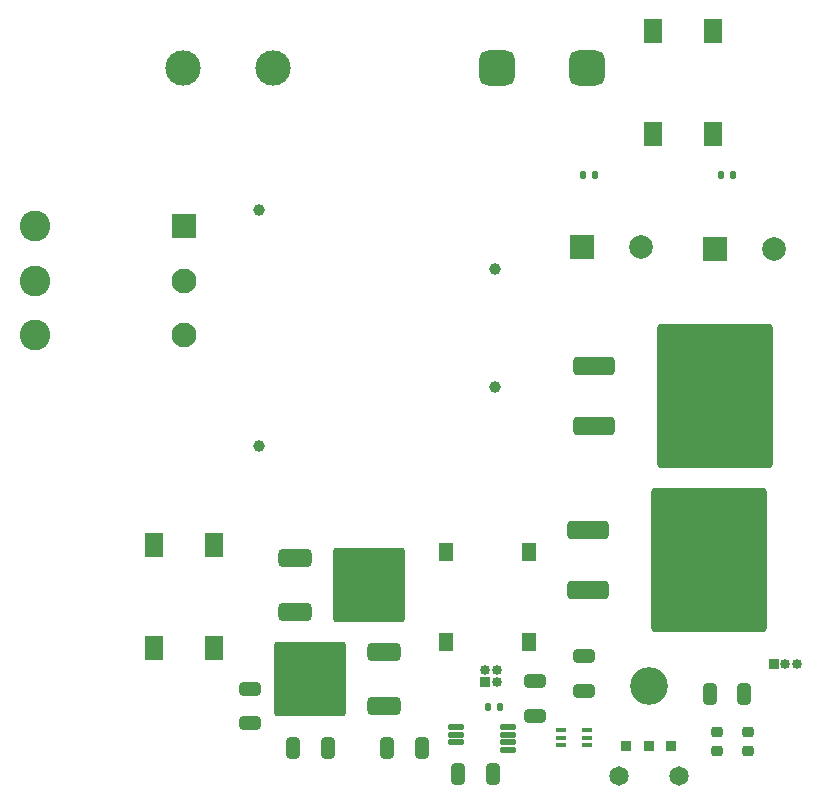
<source format=gts>
G04 #@! TF.GenerationSoftware,KiCad,Pcbnew,7.0.6*
G04 #@! TF.CreationDate,2023-11-30T23:32:02-05:00*
G04 #@! TF.ProjectId,TeslaCoil,5465736c-6143-46f6-996c-2e6b69636164,rev?*
G04 #@! TF.SameCoordinates,Original*
G04 #@! TF.FileFunction,Soldermask,Top*
G04 #@! TF.FilePolarity,Negative*
%FSLAX46Y46*%
G04 Gerber Fmt 4.6, Leading zero omitted, Abs format (unit mm)*
G04 Created by KiCad (PCBNEW 7.0.6) date 2023-11-30 23:32:02*
%MOMM*%
%LPD*%
G01*
G04 APERTURE LIST*
G04 Aperture macros list*
%AMRoundRect*
0 Rectangle with rounded corners*
0 $1 Rounding radius*
0 $2 $3 $4 $5 $6 $7 $8 $9 X,Y pos of 4 corners*
0 Add a 4 corners polygon primitive as box body*
4,1,4,$2,$3,$4,$5,$6,$7,$8,$9,$2,$3,0*
0 Add four circle primitives for the rounded corners*
1,1,$1+$1,$2,$3*
1,1,$1+$1,$4,$5*
1,1,$1+$1,$6,$7*
1,1,$1+$1,$8,$9*
0 Add four rect primitives between the rounded corners*
20,1,$1+$1,$2,$3,$4,$5,0*
20,1,$1+$1,$4,$5,$6,$7,0*
20,1,$1+$1,$6,$7,$8,$9,0*
20,1,$1+$1,$8,$9,$2,$3,0*%
G04 Aperture macros list end*
%ADD10C,1.000000*%
%ADD11R,1.500000X2.000000*%
%ADD12RoundRect,0.250000X-0.325000X-0.650000X0.325000X-0.650000X0.325000X0.650000X-0.325000X0.650000X0*%
%ADD13R,0.850000X0.850000*%
%ADD14O,0.850000X0.850000*%
%ADD15RoundRect,0.363637X-1.386363X-0.436363X1.386363X-0.436363X1.386363X0.436363X-1.386363X0.436363X0*%
%ADD16RoundRect,0.259311X-4.615689X-5.840689X4.615689X-5.840689X4.615689X5.840689X-4.615689X5.840689X0*%
%ADD17RoundRect,0.250000X0.650000X-0.325000X0.650000X0.325000X-0.650000X0.325000X-0.650000X-0.325000X0*%
%ADD18RoundRect,0.135000X-0.135000X-0.185000X0.135000X-0.185000X0.135000X0.185000X-0.135000X0.185000X0*%
%ADD19RoundRect,0.750000X0.750000X0.750000X-0.750000X0.750000X-0.750000X-0.750000X0.750000X-0.750000X0*%
%ADD20C,3.000000*%
%ADD21RoundRect,0.312500X1.087500X0.437500X-1.087500X0.437500X-1.087500X-0.437500X1.087500X-0.437500X0*%
%ADD22RoundRect,0.262928X2.787072X2.887072X-2.787072X2.887072X-2.787072X-2.887072X2.787072X-2.887072X0*%
%ADD23R,0.850000X0.350000*%
%ADD24RoundRect,0.218750X0.256250X-0.218750X0.256250X0.218750X-0.256250X0.218750X-0.256250X-0.218750X0*%
%ADD25RoundRect,0.250000X-0.650000X0.325000X-0.650000X-0.325000X0.650000X-0.325000X0.650000X0.325000X0*%
%ADD26RoundRect,0.112500X-0.587500X0.112500X-0.587500X-0.112500X0.587500X-0.112500X0.587500X0.112500X0*%
%ADD27R,2.000000X2.000000*%
%ADD28C,2.000000*%
%ADD29RoundRect,0.312500X-1.087500X-0.437500X1.087500X-0.437500X1.087500X0.437500X-1.087500X0.437500X0*%
%ADD30RoundRect,0.262928X-2.787072X-2.887072X2.787072X-2.887072X2.787072X2.887072X-2.787072X2.887072X0*%
%ADD31RoundRect,0.218750X-0.256250X0.218750X-0.256250X-0.218750X0.256250X-0.218750X0.256250X0.218750X0*%
%ADD32C,2.600000*%
%ADD33C,2.100000*%
%ADD34RoundRect,0.250001X-0.799999X0.799999X-0.799999X-0.799999X0.799999X-0.799999X0.799999X0.799999X0*%
%ADD35C,1.650000*%
%ADD36C,3.200000*%
%ADD37R,0.900000X0.900000*%
%ADD38R,1.270000X1.520000*%
G04 APERTURE END LIST*
D10*
X94420000Y-72180000D03*
X94420000Y-92180000D03*
X114420000Y-87180000D03*
X114420000Y-77180000D03*
D11*
X127750000Y-65750000D03*
X132850000Y-65750000D03*
X132850000Y-57010000D03*
X127750000Y-57010000D03*
D12*
X105225000Y-117670000D03*
X108175000Y-117670000D03*
D13*
X137970000Y-110610000D03*
D14*
X138970000Y-110610000D03*
X139970000Y-110610000D03*
D13*
X113510000Y-112100000D03*
D14*
X113510000Y-111100000D03*
X114510000Y-112100000D03*
X114510000Y-111100000D03*
D15*
X122730000Y-85330000D03*
D16*
X133005000Y-87870000D03*
D15*
X122730000Y-90410000D03*
D12*
X111235000Y-119910000D03*
X114185000Y-119910000D03*
D17*
X117780000Y-114995000D03*
X117780000Y-112045000D03*
D18*
X113770000Y-114200000D03*
X114790000Y-114200000D03*
D19*
X122195000Y-60170000D03*
X114575000Y-60170000D03*
D20*
X95605000Y-60170000D03*
X87985000Y-60170000D03*
D21*
X104955000Y-114181000D03*
D22*
X98705000Y-111895000D03*
D21*
X104955000Y-109609000D03*
D23*
X119980000Y-116190000D03*
X119980000Y-116840000D03*
X119980000Y-117490000D03*
X122180000Y-117490000D03*
X122180000Y-116840000D03*
X122180000Y-116190000D03*
D12*
X97255000Y-117750000D03*
X100205000Y-117750000D03*
D18*
X133500000Y-69220000D03*
X134520000Y-69220000D03*
D24*
X135840000Y-117937500D03*
X135840000Y-116362500D03*
D25*
X93630000Y-112675000D03*
X93630000Y-115625000D03*
D26*
X115460000Y-117880000D03*
X115460000Y-117230000D03*
X115460000Y-116580000D03*
X115460000Y-115930000D03*
X111060000Y-115930000D03*
X111060000Y-116580000D03*
X111060000Y-117230000D03*
D27*
X121720000Y-75290000D03*
D28*
X126720000Y-75290000D03*
D29*
X97465000Y-101599000D03*
D30*
X103715000Y-103885000D03*
D29*
X97465000Y-106171000D03*
D15*
X122227500Y-99285000D03*
D16*
X132502500Y-101825000D03*
D15*
X122227500Y-104365000D03*
D27*
X133010000Y-75500000D03*
D28*
X138010000Y-75500000D03*
D18*
X121860000Y-69200000D03*
X122880000Y-69200000D03*
D31*
X133160000Y-116372500D03*
X133160000Y-117947500D03*
D11*
X85510000Y-109280000D03*
X90610000Y-109280000D03*
X90610000Y-100540000D03*
X85510000Y-100540000D03*
D32*
X75430000Y-73540000D03*
X75430000Y-78140000D03*
X75430000Y-82740000D03*
D33*
X88030000Y-78140000D03*
X88030000Y-82740000D03*
D34*
X88030000Y-73540000D03*
D12*
X132545000Y-113160000D03*
X135495000Y-113160000D03*
D17*
X121910000Y-112875000D03*
X121910000Y-109925000D03*
D35*
X129920000Y-120090000D03*
D36*
X127380000Y-112470000D03*
D35*
X124840000Y-120090000D03*
D37*
X129285000Y-117550000D03*
X127380000Y-117550000D03*
X125475000Y-117550000D03*
D38*
X117230000Y-108770000D03*
X117230000Y-101150000D03*
X110250000Y-101150000D03*
X110250000Y-108770000D03*
M02*

</source>
